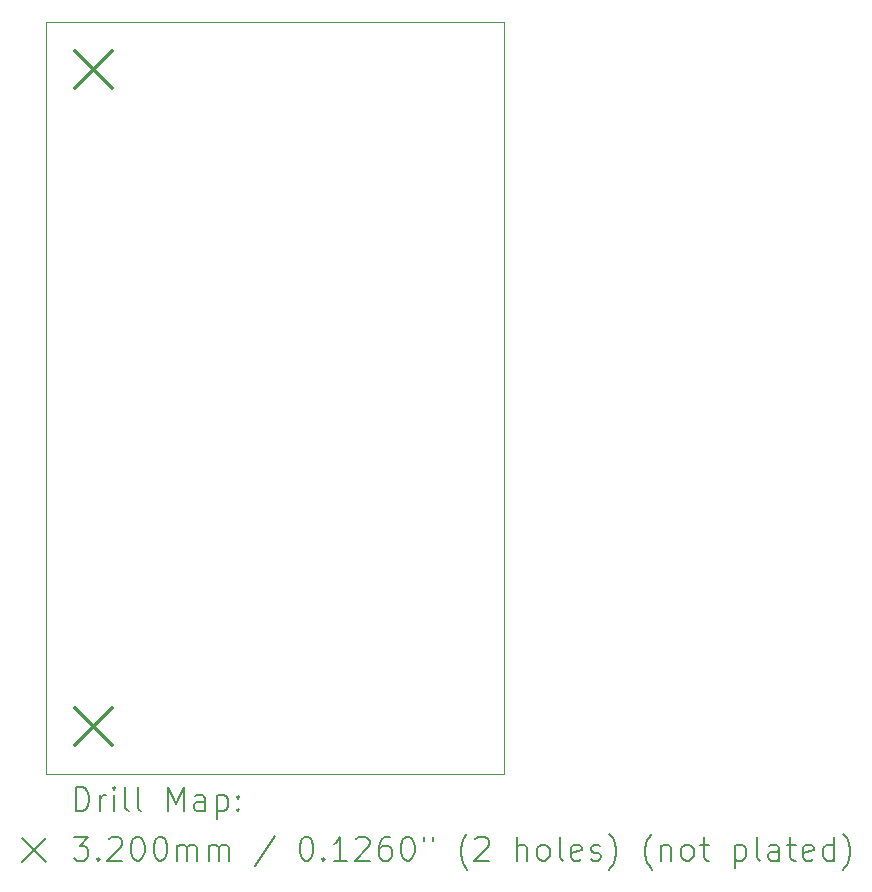
<source format=gbr>
%FSLAX45Y45*%
G04 Gerber Fmt 4.5, Leading zero omitted, Abs format (unit mm)*
G04 Created by KiCad (PCBNEW (6.0.6)) date 2022-08-29 16:25:41*
%MOMM*%
%LPD*%
G01*
G04 APERTURE LIST*
%TA.AperFunction,Profile*%
%ADD10C,0.100000*%
%TD*%
%ADD11C,0.200000*%
%ADD12C,0.320000*%
G04 APERTURE END LIST*
D10*
X12145400Y-4300220D02*
X8270240Y-4300220D01*
X8270240Y-4300220D02*
X8270240Y-10666340D01*
X8270240Y-10666340D02*
X12145400Y-10666340D01*
X12145400Y-10666340D02*
X12145400Y-4300220D01*
D11*
D12*
X8511560Y-4544080D02*
X8831560Y-4864080D01*
X8831560Y-4544080D02*
X8511560Y-4864080D01*
X8511560Y-10106680D02*
X8831560Y-10426680D01*
X8831560Y-10106680D02*
X8511560Y-10426680D01*
D11*
X8522859Y-10981816D02*
X8522859Y-10781816D01*
X8570478Y-10781816D01*
X8599050Y-10791340D01*
X8618097Y-10810388D01*
X8627621Y-10829435D01*
X8637145Y-10867530D01*
X8637145Y-10896102D01*
X8627621Y-10934197D01*
X8618097Y-10953245D01*
X8599050Y-10972292D01*
X8570478Y-10981816D01*
X8522859Y-10981816D01*
X8722859Y-10981816D02*
X8722859Y-10848483D01*
X8722859Y-10886578D02*
X8732383Y-10867530D01*
X8741907Y-10858007D01*
X8760954Y-10848483D01*
X8780002Y-10848483D01*
X8846669Y-10981816D02*
X8846669Y-10848483D01*
X8846669Y-10781816D02*
X8837145Y-10791340D01*
X8846669Y-10800864D01*
X8856192Y-10791340D01*
X8846669Y-10781816D01*
X8846669Y-10800864D01*
X8970478Y-10981816D02*
X8951430Y-10972292D01*
X8941907Y-10953245D01*
X8941907Y-10781816D01*
X9075240Y-10981816D02*
X9056192Y-10972292D01*
X9046669Y-10953245D01*
X9046669Y-10781816D01*
X9303811Y-10981816D02*
X9303811Y-10781816D01*
X9370478Y-10924673D01*
X9437145Y-10781816D01*
X9437145Y-10981816D01*
X9618097Y-10981816D02*
X9618097Y-10877054D01*
X9608573Y-10858007D01*
X9589526Y-10848483D01*
X9551430Y-10848483D01*
X9532383Y-10858007D01*
X9618097Y-10972292D02*
X9599050Y-10981816D01*
X9551430Y-10981816D01*
X9532383Y-10972292D01*
X9522859Y-10953245D01*
X9522859Y-10934197D01*
X9532383Y-10915150D01*
X9551430Y-10905626D01*
X9599050Y-10905626D01*
X9618097Y-10896102D01*
X9713335Y-10848483D02*
X9713335Y-11048483D01*
X9713335Y-10858007D02*
X9732383Y-10848483D01*
X9770478Y-10848483D01*
X9789526Y-10858007D01*
X9799050Y-10867530D01*
X9808573Y-10886578D01*
X9808573Y-10943721D01*
X9799050Y-10962769D01*
X9789526Y-10972292D01*
X9770478Y-10981816D01*
X9732383Y-10981816D01*
X9713335Y-10972292D01*
X9894288Y-10962769D02*
X9903811Y-10972292D01*
X9894288Y-10981816D01*
X9884764Y-10972292D01*
X9894288Y-10962769D01*
X9894288Y-10981816D01*
X9894288Y-10858007D02*
X9903811Y-10867530D01*
X9894288Y-10877054D01*
X9884764Y-10867530D01*
X9894288Y-10858007D01*
X9894288Y-10877054D01*
X8065240Y-11211340D02*
X8265240Y-11411340D01*
X8265240Y-11211340D02*
X8065240Y-11411340D01*
X8503811Y-11201816D02*
X8627621Y-11201816D01*
X8560954Y-11278007D01*
X8589526Y-11278007D01*
X8608573Y-11287530D01*
X8618097Y-11297054D01*
X8627621Y-11316102D01*
X8627621Y-11363721D01*
X8618097Y-11382768D01*
X8608573Y-11392292D01*
X8589526Y-11401816D01*
X8532383Y-11401816D01*
X8513335Y-11392292D01*
X8503811Y-11382768D01*
X8713335Y-11382768D02*
X8722859Y-11392292D01*
X8713335Y-11401816D01*
X8703811Y-11392292D01*
X8713335Y-11382768D01*
X8713335Y-11401816D01*
X8799050Y-11220864D02*
X8808573Y-11211340D01*
X8827621Y-11201816D01*
X8875240Y-11201816D01*
X8894288Y-11211340D01*
X8903811Y-11220864D01*
X8913335Y-11239911D01*
X8913335Y-11258959D01*
X8903811Y-11287530D01*
X8789526Y-11401816D01*
X8913335Y-11401816D01*
X9037145Y-11201816D02*
X9056192Y-11201816D01*
X9075240Y-11211340D01*
X9084764Y-11220864D01*
X9094288Y-11239911D01*
X9103811Y-11278007D01*
X9103811Y-11325626D01*
X9094288Y-11363721D01*
X9084764Y-11382768D01*
X9075240Y-11392292D01*
X9056192Y-11401816D01*
X9037145Y-11401816D01*
X9018097Y-11392292D01*
X9008573Y-11382768D01*
X8999050Y-11363721D01*
X8989526Y-11325626D01*
X8989526Y-11278007D01*
X8999050Y-11239911D01*
X9008573Y-11220864D01*
X9018097Y-11211340D01*
X9037145Y-11201816D01*
X9227621Y-11201816D02*
X9246669Y-11201816D01*
X9265716Y-11211340D01*
X9275240Y-11220864D01*
X9284764Y-11239911D01*
X9294288Y-11278007D01*
X9294288Y-11325626D01*
X9284764Y-11363721D01*
X9275240Y-11382768D01*
X9265716Y-11392292D01*
X9246669Y-11401816D01*
X9227621Y-11401816D01*
X9208573Y-11392292D01*
X9199050Y-11382768D01*
X9189526Y-11363721D01*
X9180002Y-11325626D01*
X9180002Y-11278007D01*
X9189526Y-11239911D01*
X9199050Y-11220864D01*
X9208573Y-11211340D01*
X9227621Y-11201816D01*
X9380002Y-11401816D02*
X9380002Y-11268483D01*
X9380002Y-11287530D02*
X9389526Y-11278007D01*
X9408573Y-11268483D01*
X9437145Y-11268483D01*
X9456192Y-11278007D01*
X9465716Y-11297054D01*
X9465716Y-11401816D01*
X9465716Y-11297054D02*
X9475240Y-11278007D01*
X9494288Y-11268483D01*
X9522859Y-11268483D01*
X9541907Y-11278007D01*
X9551430Y-11297054D01*
X9551430Y-11401816D01*
X9646669Y-11401816D02*
X9646669Y-11268483D01*
X9646669Y-11287530D02*
X9656192Y-11278007D01*
X9675240Y-11268483D01*
X9703811Y-11268483D01*
X9722859Y-11278007D01*
X9732383Y-11297054D01*
X9732383Y-11401816D01*
X9732383Y-11297054D02*
X9741907Y-11278007D01*
X9760954Y-11268483D01*
X9789526Y-11268483D01*
X9808573Y-11278007D01*
X9818097Y-11297054D01*
X9818097Y-11401816D01*
X10208573Y-11192292D02*
X10037145Y-11449435D01*
X10465716Y-11201816D02*
X10484764Y-11201816D01*
X10503811Y-11211340D01*
X10513335Y-11220864D01*
X10522859Y-11239911D01*
X10532383Y-11278007D01*
X10532383Y-11325626D01*
X10522859Y-11363721D01*
X10513335Y-11382768D01*
X10503811Y-11392292D01*
X10484764Y-11401816D01*
X10465716Y-11401816D01*
X10446669Y-11392292D01*
X10437145Y-11382768D01*
X10427621Y-11363721D01*
X10418097Y-11325626D01*
X10418097Y-11278007D01*
X10427621Y-11239911D01*
X10437145Y-11220864D01*
X10446669Y-11211340D01*
X10465716Y-11201816D01*
X10618097Y-11382768D02*
X10627621Y-11392292D01*
X10618097Y-11401816D01*
X10608573Y-11392292D01*
X10618097Y-11382768D01*
X10618097Y-11401816D01*
X10818097Y-11401816D02*
X10703811Y-11401816D01*
X10760954Y-11401816D02*
X10760954Y-11201816D01*
X10741907Y-11230388D01*
X10722859Y-11249435D01*
X10703811Y-11258959D01*
X10894288Y-11220864D02*
X10903811Y-11211340D01*
X10922859Y-11201816D01*
X10970478Y-11201816D01*
X10989526Y-11211340D01*
X10999050Y-11220864D01*
X11008573Y-11239911D01*
X11008573Y-11258959D01*
X10999050Y-11287530D01*
X10884764Y-11401816D01*
X11008573Y-11401816D01*
X11180002Y-11201816D02*
X11141907Y-11201816D01*
X11122859Y-11211340D01*
X11113335Y-11220864D01*
X11094288Y-11249435D01*
X11084764Y-11287530D01*
X11084764Y-11363721D01*
X11094288Y-11382768D01*
X11103811Y-11392292D01*
X11122859Y-11401816D01*
X11160954Y-11401816D01*
X11180002Y-11392292D01*
X11189526Y-11382768D01*
X11199049Y-11363721D01*
X11199049Y-11316102D01*
X11189526Y-11297054D01*
X11180002Y-11287530D01*
X11160954Y-11278007D01*
X11122859Y-11278007D01*
X11103811Y-11287530D01*
X11094288Y-11297054D01*
X11084764Y-11316102D01*
X11322859Y-11201816D02*
X11341907Y-11201816D01*
X11360954Y-11211340D01*
X11370478Y-11220864D01*
X11380002Y-11239911D01*
X11389526Y-11278007D01*
X11389526Y-11325626D01*
X11380002Y-11363721D01*
X11370478Y-11382768D01*
X11360954Y-11392292D01*
X11341907Y-11401816D01*
X11322859Y-11401816D01*
X11303811Y-11392292D01*
X11294288Y-11382768D01*
X11284764Y-11363721D01*
X11275240Y-11325626D01*
X11275240Y-11278007D01*
X11284764Y-11239911D01*
X11294288Y-11220864D01*
X11303811Y-11211340D01*
X11322859Y-11201816D01*
X11465716Y-11201816D02*
X11465716Y-11239911D01*
X11541907Y-11201816D02*
X11541907Y-11239911D01*
X11837145Y-11478007D02*
X11827621Y-11468483D01*
X11808573Y-11439911D01*
X11799049Y-11420864D01*
X11789526Y-11392292D01*
X11780002Y-11344673D01*
X11780002Y-11306578D01*
X11789526Y-11258959D01*
X11799049Y-11230388D01*
X11808573Y-11211340D01*
X11827621Y-11182769D01*
X11837145Y-11173245D01*
X11903811Y-11220864D02*
X11913335Y-11211340D01*
X11932383Y-11201816D01*
X11980002Y-11201816D01*
X11999049Y-11211340D01*
X12008573Y-11220864D01*
X12018097Y-11239911D01*
X12018097Y-11258959D01*
X12008573Y-11287530D01*
X11894288Y-11401816D01*
X12018097Y-11401816D01*
X12256192Y-11401816D02*
X12256192Y-11201816D01*
X12341907Y-11401816D02*
X12341907Y-11297054D01*
X12332383Y-11278007D01*
X12313335Y-11268483D01*
X12284764Y-11268483D01*
X12265716Y-11278007D01*
X12256192Y-11287530D01*
X12465716Y-11401816D02*
X12446668Y-11392292D01*
X12437145Y-11382768D01*
X12427621Y-11363721D01*
X12427621Y-11306578D01*
X12437145Y-11287530D01*
X12446668Y-11278007D01*
X12465716Y-11268483D01*
X12494288Y-11268483D01*
X12513335Y-11278007D01*
X12522859Y-11287530D01*
X12532383Y-11306578D01*
X12532383Y-11363721D01*
X12522859Y-11382768D01*
X12513335Y-11392292D01*
X12494288Y-11401816D01*
X12465716Y-11401816D01*
X12646668Y-11401816D02*
X12627621Y-11392292D01*
X12618097Y-11373245D01*
X12618097Y-11201816D01*
X12799049Y-11392292D02*
X12780002Y-11401816D01*
X12741907Y-11401816D01*
X12722859Y-11392292D01*
X12713335Y-11373245D01*
X12713335Y-11297054D01*
X12722859Y-11278007D01*
X12741907Y-11268483D01*
X12780002Y-11268483D01*
X12799049Y-11278007D01*
X12808573Y-11297054D01*
X12808573Y-11316102D01*
X12713335Y-11335149D01*
X12884764Y-11392292D02*
X12903811Y-11401816D01*
X12941907Y-11401816D01*
X12960954Y-11392292D01*
X12970478Y-11373245D01*
X12970478Y-11363721D01*
X12960954Y-11344673D01*
X12941907Y-11335149D01*
X12913335Y-11335149D01*
X12894288Y-11325626D01*
X12884764Y-11306578D01*
X12884764Y-11297054D01*
X12894288Y-11278007D01*
X12913335Y-11268483D01*
X12941907Y-11268483D01*
X12960954Y-11278007D01*
X13037145Y-11478007D02*
X13046668Y-11468483D01*
X13065716Y-11439911D01*
X13075240Y-11420864D01*
X13084764Y-11392292D01*
X13094288Y-11344673D01*
X13094288Y-11306578D01*
X13084764Y-11258959D01*
X13075240Y-11230388D01*
X13065716Y-11211340D01*
X13046668Y-11182769D01*
X13037145Y-11173245D01*
X13399049Y-11478007D02*
X13389526Y-11468483D01*
X13370478Y-11439911D01*
X13360954Y-11420864D01*
X13351430Y-11392292D01*
X13341907Y-11344673D01*
X13341907Y-11306578D01*
X13351430Y-11258959D01*
X13360954Y-11230388D01*
X13370478Y-11211340D01*
X13389526Y-11182769D01*
X13399049Y-11173245D01*
X13475240Y-11268483D02*
X13475240Y-11401816D01*
X13475240Y-11287530D02*
X13484764Y-11278007D01*
X13503811Y-11268483D01*
X13532383Y-11268483D01*
X13551430Y-11278007D01*
X13560954Y-11297054D01*
X13560954Y-11401816D01*
X13684764Y-11401816D02*
X13665716Y-11392292D01*
X13656192Y-11382768D01*
X13646668Y-11363721D01*
X13646668Y-11306578D01*
X13656192Y-11287530D01*
X13665716Y-11278007D01*
X13684764Y-11268483D01*
X13713335Y-11268483D01*
X13732383Y-11278007D01*
X13741907Y-11287530D01*
X13751430Y-11306578D01*
X13751430Y-11363721D01*
X13741907Y-11382768D01*
X13732383Y-11392292D01*
X13713335Y-11401816D01*
X13684764Y-11401816D01*
X13808573Y-11268483D02*
X13884764Y-11268483D01*
X13837145Y-11201816D02*
X13837145Y-11373245D01*
X13846668Y-11392292D01*
X13865716Y-11401816D01*
X13884764Y-11401816D01*
X14103811Y-11268483D02*
X14103811Y-11468483D01*
X14103811Y-11278007D02*
X14122859Y-11268483D01*
X14160954Y-11268483D01*
X14180002Y-11278007D01*
X14189526Y-11287530D01*
X14199049Y-11306578D01*
X14199049Y-11363721D01*
X14189526Y-11382768D01*
X14180002Y-11392292D01*
X14160954Y-11401816D01*
X14122859Y-11401816D01*
X14103811Y-11392292D01*
X14313335Y-11401816D02*
X14294288Y-11392292D01*
X14284764Y-11373245D01*
X14284764Y-11201816D01*
X14475240Y-11401816D02*
X14475240Y-11297054D01*
X14465716Y-11278007D01*
X14446668Y-11268483D01*
X14408573Y-11268483D01*
X14389526Y-11278007D01*
X14475240Y-11392292D02*
X14456192Y-11401816D01*
X14408573Y-11401816D01*
X14389526Y-11392292D01*
X14380002Y-11373245D01*
X14380002Y-11354197D01*
X14389526Y-11335149D01*
X14408573Y-11325626D01*
X14456192Y-11325626D01*
X14475240Y-11316102D01*
X14541907Y-11268483D02*
X14618097Y-11268483D01*
X14570478Y-11201816D02*
X14570478Y-11373245D01*
X14580002Y-11392292D01*
X14599049Y-11401816D01*
X14618097Y-11401816D01*
X14760954Y-11392292D02*
X14741907Y-11401816D01*
X14703811Y-11401816D01*
X14684764Y-11392292D01*
X14675240Y-11373245D01*
X14675240Y-11297054D01*
X14684764Y-11278007D01*
X14703811Y-11268483D01*
X14741907Y-11268483D01*
X14760954Y-11278007D01*
X14770478Y-11297054D01*
X14770478Y-11316102D01*
X14675240Y-11335149D01*
X14941907Y-11401816D02*
X14941907Y-11201816D01*
X14941907Y-11392292D02*
X14922859Y-11401816D01*
X14884764Y-11401816D01*
X14865716Y-11392292D01*
X14856192Y-11382768D01*
X14846668Y-11363721D01*
X14846668Y-11306578D01*
X14856192Y-11287530D01*
X14865716Y-11278007D01*
X14884764Y-11268483D01*
X14922859Y-11268483D01*
X14941907Y-11278007D01*
X15018097Y-11478007D02*
X15027621Y-11468483D01*
X15046668Y-11439911D01*
X15056192Y-11420864D01*
X15065716Y-11392292D01*
X15075240Y-11344673D01*
X15075240Y-11306578D01*
X15065716Y-11258959D01*
X15056192Y-11230388D01*
X15046668Y-11211340D01*
X15027621Y-11182769D01*
X15018097Y-11173245D01*
M02*

</source>
